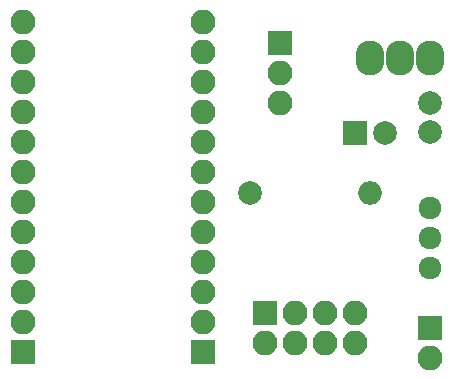
<source format=gts>
G04 #@! TF.FileFunction,Soldermask,Top*
%FSLAX46Y46*%
G04 Gerber Fmt 4.6, Leading zero omitted, Abs format (unit mm)*
G04 Created by KiCad (PCBNEW 4.0.5) date 02/05/17 19:02:15*
%MOMM*%
%LPD*%
G01*
G04 APERTURE LIST*
%ADD10C,0.100000*%
%ADD11C,2.000000*%
%ADD12R,2.000000X2.000000*%
%ADD13R,2.100000X2.100000*%
%ADD14O,2.100000X2.100000*%
%ADD15O,2.000000X2.000000*%
%ADD16C,1.924000*%
%ADD17O,2.432000X2.940000*%
G04 APERTURE END LIST*
D10*
D11*
X222250000Y-130810000D03*
X222250000Y-133310000D03*
D12*
X215900000Y-133350000D03*
D11*
X218400000Y-133350000D03*
D13*
X187813333Y-151895000D03*
D14*
X187813333Y-149355000D03*
X187813333Y-146815000D03*
X187813333Y-144275000D03*
X187813333Y-141735000D03*
X187813333Y-139195000D03*
X187813333Y-136655000D03*
X187813333Y-134115000D03*
X187813333Y-131575000D03*
X187813333Y-129035000D03*
X187813333Y-126495000D03*
X187813333Y-123955000D03*
D13*
X208280000Y-148590000D03*
D14*
X208280000Y-151130000D03*
X210820000Y-148590000D03*
X210820000Y-151130000D03*
X213360000Y-148590000D03*
X213360000Y-151130000D03*
X215900000Y-148590000D03*
X215900000Y-151130000D03*
D13*
X209550000Y-125730000D03*
D14*
X209550000Y-128270000D03*
X209550000Y-130810000D03*
D13*
X203053333Y-151895000D03*
D14*
X203053333Y-149355000D03*
X203053333Y-146815000D03*
X203053333Y-144275000D03*
X203053333Y-141735000D03*
X203053333Y-139195000D03*
X203053333Y-136655000D03*
X203053333Y-134115000D03*
X203053333Y-131575000D03*
X203053333Y-129035000D03*
X203053333Y-126495000D03*
X203053333Y-123955000D03*
D11*
X207010000Y-138430000D03*
D15*
X217170000Y-138430000D03*
D16*
X222250000Y-142240000D03*
X222250000Y-139700000D03*
X222250000Y-144780000D03*
D17*
X219710000Y-127000000D03*
X222250000Y-127000000D03*
X217170000Y-127000000D03*
D13*
X222250000Y-149860000D03*
D14*
X222250000Y-152400000D03*
M02*

</source>
